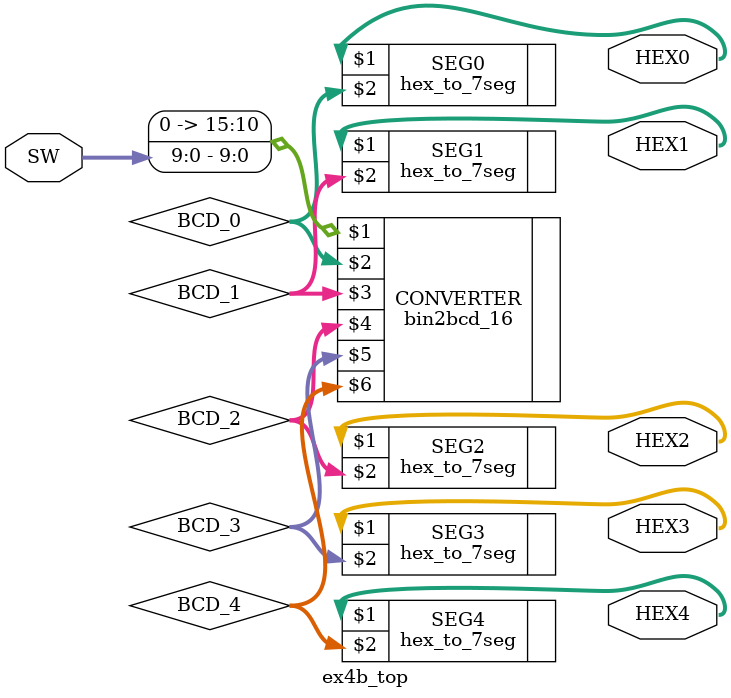
<source format=v>
module ex4b_top (
SW,
HEX0,
HEX1,
HEX2,
HEX3,
HEX4
);

	input [9:0] SW;
	output [6:0] HEX0, HEX1, HEX2, HEX3, HEX4;
	wire [3:0] BCD_0, BCD_1, BCD_2, BCD_3, BCD_4;

	bin2bcd_16 CONVERTER({6'b0, SW[9:0]}, BCD_0, BCD_1, BCD_2, BCD_3, BCD_4);
	hex_to_7seg SEG0(HEX0, BCD_0);
	hex_to_7seg SEG1(HEX1, BCD_1);
	hex_to_7seg SEG2(HEX2, BCD_2);
	hex_to_7seg SEG3(HEX3, BCD_3);
	hex_to_7seg SEG4(HEX4, BCD_4);
	
endmodule 
</source>
